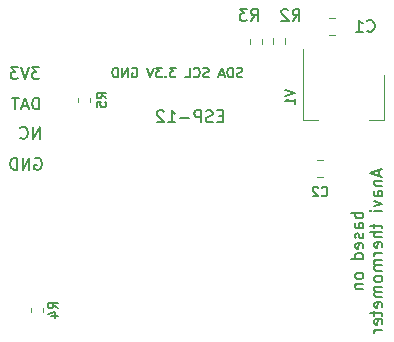
<source format=gbo>
G04 #@! TF.GenerationSoftware,KiCad,Pcbnew,(6.0.0)*
G04 #@! TF.CreationDate,2022-01-08T18:45:48-05:00*
G04 #@! TF.ProjectId,anavi-thermometer,616e6176-692d-4746-9865-726d6f6d6574,rev?*
G04 #@! TF.SameCoordinates,Original*
G04 #@! TF.FileFunction,Legend,Bot*
G04 #@! TF.FilePolarity,Positive*
%FSLAX46Y46*%
G04 Gerber Fmt 4.6, Leading zero omitted, Abs format (unit mm)*
G04 Created by KiCad (PCBNEW (6.0.0)) date 2022-01-08 18:45:48*
%MOMM*%
%LPD*%
G01*
G04 APERTURE LIST*
%ADD10C,0.150000*%
%ADD11C,0.120000*%
G04 APERTURE END LIST*
D10*
X145420470Y-89270172D02*
X145306185Y-89308267D01*
X145115709Y-89308267D01*
X145039518Y-89270172D01*
X145001423Y-89232077D01*
X144963328Y-89155886D01*
X144963328Y-89079696D01*
X145001423Y-89003505D01*
X145039518Y-88965410D01*
X145115709Y-88927315D01*
X145268089Y-88889220D01*
X145344280Y-88851124D01*
X145382375Y-88813029D01*
X145420470Y-88736839D01*
X145420470Y-88660648D01*
X145382375Y-88584458D01*
X145344280Y-88546363D01*
X145268089Y-88508267D01*
X145077613Y-88508267D01*
X144963328Y-88546363D01*
X144620470Y-89308267D02*
X144620470Y-88508267D01*
X144429994Y-88508267D01*
X144315709Y-88546363D01*
X144239518Y-88622553D01*
X144201423Y-88698743D01*
X144163328Y-88851124D01*
X144163328Y-88965410D01*
X144201423Y-89117791D01*
X144239518Y-89193982D01*
X144315709Y-89270172D01*
X144429994Y-89308267D01*
X144620470Y-89308267D01*
X143858566Y-89079696D02*
X143477613Y-89079696D01*
X143934756Y-89308267D02*
X143668089Y-88508267D01*
X143401423Y-89308267D01*
X142563328Y-89270172D02*
X142449042Y-89308267D01*
X142258566Y-89308267D01*
X142182375Y-89270172D01*
X142144280Y-89232077D01*
X142106185Y-89155886D01*
X142106185Y-89079696D01*
X142144280Y-89003505D01*
X142182375Y-88965410D01*
X142258566Y-88927315D01*
X142410947Y-88889220D01*
X142487137Y-88851124D01*
X142525232Y-88813029D01*
X142563328Y-88736839D01*
X142563328Y-88660648D01*
X142525232Y-88584458D01*
X142487137Y-88546363D01*
X142410947Y-88508267D01*
X142220470Y-88508267D01*
X142106185Y-88546363D01*
X141306185Y-89232077D02*
X141344280Y-89270172D01*
X141458566Y-89308267D01*
X141534756Y-89308267D01*
X141649042Y-89270172D01*
X141725232Y-89193982D01*
X141763328Y-89117791D01*
X141801423Y-88965410D01*
X141801423Y-88851124D01*
X141763328Y-88698743D01*
X141725232Y-88622553D01*
X141649042Y-88546363D01*
X141534756Y-88508267D01*
X141458566Y-88508267D01*
X141344280Y-88546363D01*
X141306185Y-88584458D01*
X140582375Y-89308267D02*
X140963328Y-89308267D01*
X140963328Y-88508267D01*
X139782375Y-88508267D02*
X139287137Y-88508267D01*
X139553804Y-88813029D01*
X139439518Y-88813029D01*
X139363328Y-88851124D01*
X139325232Y-88889220D01*
X139287137Y-88965410D01*
X139287137Y-89155886D01*
X139325232Y-89232077D01*
X139363328Y-89270172D01*
X139439518Y-89308267D01*
X139668089Y-89308267D01*
X139744280Y-89270172D01*
X139782375Y-89232077D01*
X138944280Y-89232077D02*
X138906185Y-89270172D01*
X138944280Y-89308267D01*
X138982375Y-89270172D01*
X138944280Y-89232077D01*
X138944280Y-89308267D01*
X138639518Y-88508267D02*
X138144280Y-88508267D01*
X138410947Y-88813029D01*
X138296661Y-88813029D01*
X138220470Y-88851124D01*
X138182375Y-88889220D01*
X138144280Y-88965410D01*
X138144280Y-89155886D01*
X138182375Y-89232077D01*
X138220470Y-89270172D01*
X138296661Y-89308267D01*
X138525232Y-89308267D01*
X138601423Y-89270172D01*
X138639518Y-89232077D01*
X137915709Y-88508267D02*
X137649042Y-89308267D01*
X137382375Y-88508267D01*
X136087137Y-88546363D02*
X136163328Y-88508267D01*
X136277613Y-88508267D01*
X136391899Y-88546363D01*
X136468089Y-88622553D01*
X136506185Y-88698743D01*
X136544280Y-88851124D01*
X136544280Y-88965410D01*
X136506185Y-89117791D01*
X136468089Y-89193982D01*
X136391899Y-89270172D01*
X136277613Y-89308267D01*
X136201423Y-89308267D01*
X136087137Y-89270172D01*
X136049042Y-89232077D01*
X136049042Y-88965410D01*
X136201423Y-88965410D01*
X135706185Y-89308267D02*
X135706185Y-88508267D01*
X135249042Y-89308267D01*
X135249042Y-88508267D01*
X134868089Y-89308267D02*
X134868089Y-88508267D01*
X134677613Y-88508267D01*
X134563328Y-88546363D01*
X134487137Y-88622553D01*
X134449042Y-88698743D01*
X134410947Y-88851124D01*
X134410947Y-88965410D01*
X134449042Y-89117791D01*
X134487137Y-89193982D01*
X134563328Y-89270172D01*
X134677613Y-89308267D01*
X134868089Y-89308267D01*
X155647380Y-100761904D02*
X154647380Y-100761904D01*
X155028333Y-100761904D02*
X154980714Y-100857142D01*
X154980714Y-101047619D01*
X155028333Y-101142857D01*
X155075952Y-101190476D01*
X155171190Y-101238095D01*
X155456904Y-101238095D01*
X155552142Y-101190476D01*
X155599761Y-101142857D01*
X155647380Y-101047619D01*
X155647380Y-100857142D01*
X155599761Y-100761904D01*
X155647380Y-102095238D02*
X155123571Y-102095238D01*
X155028333Y-102047619D01*
X154980714Y-101952380D01*
X154980714Y-101761904D01*
X155028333Y-101666666D01*
X155599761Y-102095238D02*
X155647380Y-102000000D01*
X155647380Y-101761904D01*
X155599761Y-101666666D01*
X155504523Y-101619047D01*
X155409285Y-101619047D01*
X155314047Y-101666666D01*
X155266428Y-101761904D01*
X155266428Y-102000000D01*
X155218809Y-102095238D01*
X155599761Y-102523809D02*
X155647380Y-102619047D01*
X155647380Y-102809523D01*
X155599761Y-102904761D01*
X155504523Y-102952380D01*
X155456904Y-102952380D01*
X155361666Y-102904761D01*
X155314047Y-102809523D01*
X155314047Y-102666666D01*
X155266428Y-102571428D01*
X155171190Y-102523809D01*
X155123571Y-102523809D01*
X155028333Y-102571428D01*
X154980714Y-102666666D01*
X154980714Y-102809523D01*
X155028333Y-102904761D01*
X155599761Y-103761904D02*
X155647380Y-103666666D01*
X155647380Y-103476190D01*
X155599761Y-103380952D01*
X155504523Y-103333333D01*
X155123571Y-103333333D01*
X155028333Y-103380952D01*
X154980714Y-103476190D01*
X154980714Y-103666666D01*
X155028333Y-103761904D01*
X155123571Y-103809523D01*
X155218809Y-103809523D01*
X155314047Y-103333333D01*
X155647380Y-104666666D02*
X154647380Y-104666666D01*
X155599761Y-104666666D02*
X155647380Y-104571428D01*
X155647380Y-104380952D01*
X155599761Y-104285714D01*
X155552142Y-104238095D01*
X155456904Y-104190476D01*
X155171190Y-104190476D01*
X155075952Y-104238095D01*
X155028333Y-104285714D01*
X154980714Y-104380952D01*
X154980714Y-104571428D01*
X155028333Y-104666666D01*
X155647380Y-106047619D02*
X155599761Y-105952380D01*
X155552142Y-105904761D01*
X155456904Y-105857142D01*
X155171190Y-105857142D01*
X155075952Y-105904761D01*
X155028333Y-105952380D01*
X154980714Y-106047619D01*
X154980714Y-106190476D01*
X155028333Y-106285714D01*
X155075952Y-106333333D01*
X155171190Y-106380952D01*
X155456904Y-106380952D01*
X155552142Y-106333333D01*
X155599761Y-106285714D01*
X155647380Y-106190476D01*
X155647380Y-106047619D01*
X154980714Y-106809523D02*
X155647380Y-106809523D01*
X155075952Y-106809523D02*
X155028333Y-106857142D01*
X154980714Y-106952380D01*
X154980714Y-107095238D01*
X155028333Y-107190476D01*
X155123571Y-107238095D01*
X155647380Y-107238095D01*
X156971666Y-97142857D02*
X156971666Y-97619047D01*
X157257380Y-97047619D02*
X156257380Y-97380952D01*
X157257380Y-97714285D01*
X156590714Y-98047619D02*
X157257380Y-98047619D01*
X156685952Y-98047619D02*
X156638333Y-98095238D01*
X156590714Y-98190476D01*
X156590714Y-98333333D01*
X156638333Y-98428571D01*
X156733571Y-98476190D01*
X157257380Y-98476190D01*
X157257380Y-99380952D02*
X156733571Y-99380952D01*
X156638333Y-99333333D01*
X156590714Y-99238095D01*
X156590714Y-99047619D01*
X156638333Y-98952380D01*
X157209761Y-99380952D02*
X157257380Y-99285714D01*
X157257380Y-99047619D01*
X157209761Y-98952380D01*
X157114523Y-98904761D01*
X157019285Y-98904761D01*
X156924047Y-98952380D01*
X156876428Y-99047619D01*
X156876428Y-99285714D01*
X156828809Y-99380952D01*
X156590714Y-99761904D02*
X157257380Y-100000000D01*
X156590714Y-100238095D01*
X157257380Y-100619047D02*
X156590714Y-100619047D01*
X156257380Y-100619047D02*
X156305000Y-100571428D01*
X156352619Y-100619047D01*
X156305000Y-100666666D01*
X156257380Y-100619047D01*
X156352619Y-100619047D01*
X156590714Y-101714285D02*
X156590714Y-102095238D01*
X156257380Y-101857142D02*
X157114523Y-101857142D01*
X157209761Y-101904761D01*
X157257380Y-102000000D01*
X157257380Y-102095238D01*
X157257380Y-102428571D02*
X156257380Y-102428571D01*
X157257380Y-102857142D02*
X156733571Y-102857142D01*
X156638333Y-102809523D01*
X156590714Y-102714285D01*
X156590714Y-102571428D01*
X156638333Y-102476190D01*
X156685952Y-102428571D01*
X157209761Y-103714285D02*
X157257380Y-103619047D01*
X157257380Y-103428571D01*
X157209761Y-103333333D01*
X157114523Y-103285714D01*
X156733571Y-103285714D01*
X156638333Y-103333333D01*
X156590714Y-103428571D01*
X156590714Y-103619047D01*
X156638333Y-103714285D01*
X156733571Y-103761904D01*
X156828809Y-103761904D01*
X156924047Y-103285714D01*
X157257380Y-104190476D02*
X156590714Y-104190476D01*
X156781190Y-104190476D02*
X156685952Y-104238095D01*
X156638333Y-104285714D01*
X156590714Y-104380952D01*
X156590714Y-104476190D01*
X157257380Y-104809523D02*
X156590714Y-104809523D01*
X156685952Y-104809523D02*
X156638333Y-104857142D01*
X156590714Y-104952380D01*
X156590714Y-105095238D01*
X156638333Y-105190476D01*
X156733571Y-105238095D01*
X157257380Y-105238095D01*
X156733571Y-105238095D02*
X156638333Y-105285714D01*
X156590714Y-105380952D01*
X156590714Y-105523809D01*
X156638333Y-105619047D01*
X156733571Y-105666666D01*
X157257380Y-105666666D01*
X157257380Y-106285714D02*
X157209761Y-106190476D01*
X157162142Y-106142857D01*
X157066904Y-106095238D01*
X156781190Y-106095238D01*
X156685952Y-106142857D01*
X156638333Y-106190476D01*
X156590714Y-106285714D01*
X156590714Y-106428571D01*
X156638333Y-106523809D01*
X156685952Y-106571428D01*
X156781190Y-106619047D01*
X157066904Y-106619047D01*
X157162142Y-106571428D01*
X157209761Y-106523809D01*
X157257380Y-106428571D01*
X157257380Y-106285714D01*
X157257380Y-107047619D02*
X156590714Y-107047619D01*
X156685952Y-107047619D02*
X156638333Y-107095238D01*
X156590714Y-107190476D01*
X156590714Y-107333333D01*
X156638333Y-107428571D01*
X156733571Y-107476190D01*
X157257380Y-107476190D01*
X156733571Y-107476190D02*
X156638333Y-107523809D01*
X156590714Y-107619047D01*
X156590714Y-107761904D01*
X156638333Y-107857142D01*
X156733571Y-107904761D01*
X157257380Y-107904761D01*
X157209761Y-108761904D02*
X157257380Y-108666666D01*
X157257380Y-108476190D01*
X157209761Y-108380952D01*
X157114523Y-108333333D01*
X156733571Y-108333333D01*
X156638333Y-108380952D01*
X156590714Y-108476190D01*
X156590714Y-108666666D01*
X156638333Y-108761904D01*
X156733571Y-108809523D01*
X156828809Y-108809523D01*
X156924047Y-108333333D01*
X156590714Y-109095238D02*
X156590714Y-109476190D01*
X156257380Y-109238095D02*
X157114523Y-109238095D01*
X157209761Y-109285714D01*
X157257380Y-109380952D01*
X157257380Y-109476190D01*
X157209761Y-110190476D02*
X157257380Y-110095238D01*
X157257380Y-109904761D01*
X157209761Y-109809523D01*
X157114523Y-109761904D01*
X156733571Y-109761904D01*
X156638333Y-109809523D01*
X156590714Y-109904761D01*
X156590714Y-110095238D01*
X156638333Y-110190476D01*
X156733571Y-110238095D01*
X156828809Y-110238095D01*
X156924047Y-109761904D01*
X157257380Y-110666666D02*
X156590714Y-110666666D01*
X156781190Y-110666666D02*
X156685952Y-110714285D01*
X156638333Y-110761904D01*
X156590714Y-110857142D01*
X156590714Y-110952380D01*
X127872422Y-96176992D02*
X127967660Y-96129372D01*
X128110518Y-96129372D01*
X128253375Y-96176992D01*
X128348613Y-96272230D01*
X128396232Y-96367468D01*
X128443851Y-96557944D01*
X128443851Y-96700801D01*
X128396232Y-96891277D01*
X128348613Y-96986515D01*
X128253375Y-97081753D01*
X128110518Y-97129372D01*
X128015279Y-97129372D01*
X127872422Y-97081753D01*
X127824803Y-97034134D01*
X127824803Y-96700801D01*
X128015279Y-96700801D01*
X127396232Y-97129372D02*
X127396232Y-96129372D01*
X126824803Y-97129372D01*
X126824803Y-96129372D01*
X126348613Y-97129372D02*
X126348613Y-96129372D01*
X126110518Y-96129372D01*
X125967660Y-96176992D01*
X125872422Y-96272230D01*
X125824803Y-96367468D01*
X125777184Y-96557944D01*
X125777184Y-96700801D01*
X125824803Y-96891277D01*
X125872422Y-96986515D01*
X125967660Y-97081753D01*
X126110518Y-97129372D01*
X126348613Y-97129372D01*
X128209575Y-92032599D02*
X128209575Y-91032599D01*
X127971480Y-91032599D01*
X127828623Y-91080219D01*
X127733385Y-91175457D01*
X127685766Y-91270695D01*
X127638147Y-91461171D01*
X127638147Y-91604028D01*
X127685766Y-91794504D01*
X127733385Y-91889742D01*
X127828623Y-91984980D01*
X127971480Y-92032599D01*
X128209575Y-92032599D01*
X127257194Y-91746885D02*
X126781004Y-91746885D01*
X127352432Y-92032599D02*
X127019099Y-91032599D01*
X126685766Y-92032599D01*
X126495289Y-91032599D02*
X125923861Y-91032599D01*
X126209575Y-92032599D02*
X126209575Y-91032599D01*
X128252345Y-94501499D02*
X128252345Y-93501499D01*
X127680916Y-94501499D01*
X127680916Y-93501499D01*
X126633297Y-94406261D02*
X126680916Y-94453880D01*
X126823773Y-94501499D01*
X126919011Y-94501499D01*
X127061869Y-94453880D01*
X127157107Y-94358642D01*
X127204726Y-94263404D01*
X127252345Y-94072928D01*
X127252345Y-93930071D01*
X127204726Y-93739595D01*
X127157107Y-93644357D01*
X127061869Y-93549119D01*
X126919011Y-93501499D01*
X126823773Y-93501499D01*
X126680916Y-93549119D01*
X126633297Y-93596738D01*
X128238095Y-88452380D02*
X127619047Y-88452380D01*
X127952380Y-88833333D01*
X127809523Y-88833333D01*
X127714285Y-88880952D01*
X127666666Y-88928571D01*
X127619047Y-89023809D01*
X127619047Y-89261904D01*
X127666666Y-89357142D01*
X127714285Y-89404761D01*
X127809523Y-89452380D01*
X128095238Y-89452380D01*
X128190476Y-89404761D01*
X128238095Y-89357142D01*
X127333333Y-88452380D02*
X127000000Y-89452380D01*
X126666666Y-88452380D01*
X126428571Y-88452380D02*
X125809523Y-88452380D01*
X126142857Y-88833333D01*
X126000000Y-88833333D01*
X125904761Y-88880952D01*
X125857142Y-88928571D01*
X125809523Y-89023809D01*
X125809523Y-89261904D01*
X125857142Y-89357142D01*
X125904761Y-89404761D01*
X126000000Y-89452380D01*
X126285714Y-89452380D01*
X126380952Y-89404761D01*
X126428571Y-89357142D01*
X156000888Y-85354318D02*
X156048507Y-85401937D01*
X156191364Y-85449556D01*
X156286602Y-85449556D01*
X156429460Y-85401937D01*
X156524698Y-85306699D01*
X156572317Y-85211461D01*
X156619936Y-85020985D01*
X156619936Y-84878128D01*
X156572317Y-84687652D01*
X156524698Y-84592414D01*
X156429460Y-84497176D01*
X156286602Y-84449556D01*
X156191364Y-84449556D01*
X156048507Y-84497176D01*
X156000888Y-84544795D01*
X155048507Y-85449556D02*
X155619936Y-85449556D01*
X155334222Y-85449556D02*
X155334222Y-84449556D01*
X155429460Y-84592414D01*
X155524698Y-84687652D01*
X155619936Y-84735271D01*
X129791904Y-108866666D02*
X129410952Y-108600000D01*
X129791904Y-108409523D02*
X128991904Y-108409523D01*
X128991904Y-108714285D01*
X129030000Y-108790476D01*
X129068095Y-108828571D01*
X129144285Y-108866666D01*
X129258571Y-108866666D01*
X129334761Y-108828571D01*
X129372857Y-108790476D01*
X129410952Y-108714285D01*
X129410952Y-108409523D01*
X129258571Y-109552380D02*
X129791904Y-109552380D01*
X128953809Y-109361904D02*
X129525238Y-109171428D01*
X129525238Y-109666666D01*
X133885904Y-91079166D02*
X133504952Y-90812500D01*
X133885904Y-90622023D02*
X133085904Y-90622023D01*
X133085904Y-90926785D01*
X133124000Y-91002976D01*
X133162095Y-91041071D01*
X133238285Y-91079166D01*
X133352571Y-91079166D01*
X133428761Y-91041071D01*
X133466857Y-91002976D01*
X133504952Y-90926785D01*
X133504952Y-90622023D01*
X133085904Y-91802976D02*
X133085904Y-91422023D01*
X133466857Y-91383928D01*
X133428761Y-91422023D01*
X133390666Y-91498214D01*
X133390666Y-91688690D01*
X133428761Y-91764880D01*
X133466857Y-91802976D01*
X133543047Y-91841071D01*
X133733523Y-91841071D01*
X133809714Y-91802976D01*
X133847809Y-91764880D01*
X133885904Y-91688690D01*
X133885904Y-91498214D01*
X133847809Y-91422023D01*
X133809714Y-91383928D01*
X149061904Y-90352380D02*
X149861904Y-90619047D01*
X149061904Y-90885714D01*
X149861904Y-91571428D02*
X149861904Y-91114285D01*
X149861904Y-91342857D02*
X149061904Y-91342857D01*
X149176190Y-91266666D01*
X149252380Y-91190476D01*
X149290476Y-91114285D01*
X152133333Y-99285714D02*
X152171428Y-99323809D01*
X152285714Y-99361904D01*
X152361904Y-99361904D01*
X152476190Y-99323809D01*
X152552380Y-99247619D01*
X152590476Y-99171428D01*
X152628571Y-99019047D01*
X152628571Y-98904761D01*
X152590476Y-98752380D01*
X152552380Y-98676190D01*
X152476190Y-98600000D01*
X152361904Y-98561904D01*
X152285714Y-98561904D01*
X152171428Y-98600000D01*
X152133333Y-98638095D01*
X151828571Y-98638095D02*
X151790476Y-98600000D01*
X151714285Y-98561904D01*
X151523809Y-98561904D01*
X151447619Y-98600000D01*
X151409523Y-98638095D01*
X151371428Y-98714285D01*
X151371428Y-98790476D01*
X151409523Y-98904761D01*
X151866666Y-99361904D01*
X151371428Y-99361904D01*
X143761904Y-92585002D02*
X143428571Y-92585002D01*
X143285714Y-93108811D02*
X143761904Y-93108811D01*
X143761904Y-92108811D01*
X143285714Y-92108811D01*
X142904761Y-93061192D02*
X142761904Y-93108811D01*
X142523809Y-93108811D01*
X142428571Y-93061192D01*
X142380952Y-93013573D01*
X142333333Y-92918335D01*
X142333333Y-92823097D01*
X142380952Y-92727859D01*
X142428571Y-92680240D01*
X142523809Y-92632621D01*
X142714285Y-92585002D01*
X142809523Y-92537383D01*
X142857142Y-92489764D01*
X142904761Y-92394526D01*
X142904761Y-92299288D01*
X142857142Y-92204050D01*
X142809523Y-92156431D01*
X142714285Y-92108811D01*
X142476190Y-92108811D01*
X142333333Y-92156431D01*
X141904761Y-93108811D02*
X141904761Y-92108811D01*
X141523809Y-92108811D01*
X141428571Y-92156431D01*
X141380952Y-92204050D01*
X141333333Y-92299288D01*
X141333333Y-92442145D01*
X141380952Y-92537383D01*
X141428571Y-92585002D01*
X141523809Y-92632621D01*
X141904761Y-92632621D01*
X140904761Y-92727859D02*
X140142857Y-92727859D01*
X139142857Y-93108811D02*
X139714285Y-93108811D01*
X139428571Y-93108811D02*
X139428571Y-92108811D01*
X139523809Y-92251669D01*
X139619047Y-92346907D01*
X139714285Y-92394526D01*
X138761904Y-92204050D02*
X138714285Y-92156431D01*
X138619047Y-92108811D01*
X138380952Y-92108811D01*
X138285714Y-92156431D01*
X138238095Y-92204050D01*
X138190476Y-92299288D01*
X138190476Y-92394526D01*
X138238095Y-92537383D01*
X138809523Y-93108811D01*
X138190476Y-93108811D01*
X146166666Y-84517512D02*
X146500000Y-84041322D01*
X146738095Y-84517512D02*
X146738095Y-83517512D01*
X146357142Y-83517512D01*
X146261904Y-83565132D01*
X146214285Y-83612751D01*
X146166666Y-83707989D01*
X146166666Y-83850846D01*
X146214285Y-83946084D01*
X146261904Y-83993703D01*
X146357142Y-84041322D01*
X146738095Y-84041322D01*
X145833333Y-83517512D02*
X145214285Y-83517512D01*
X145547619Y-83898465D01*
X145404761Y-83898465D01*
X145309523Y-83946084D01*
X145261904Y-83993703D01*
X145214285Y-84088941D01*
X145214285Y-84327036D01*
X145261904Y-84422274D01*
X145309523Y-84469893D01*
X145404761Y-84517512D01*
X145690476Y-84517512D01*
X145785714Y-84469893D01*
X145833333Y-84422274D01*
X149682416Y-84529791D02*
X150015750Y-84053601D01*
X150253845Y-84529791D02*
X150253845Y-83529791D01*
X149872892Y-83529791D01*
X149777654Y-83577411D01*
X149730035Y-83625030D01*
X149682416Y-83720268D01*
X149682416Y-83863125D01*
X149730035Y-83958363D01*
X149777654Y-84005982D01*
X149872892Y-84053601D01*
X150253845Y-84053601D01*
X149301464Y-83625030D02*
X149253845Y-83577411D01*
X149158607Y-83529791D01*
X148920511Y-83529791D01*
X148825273Y-83577411D01*
X148777654Y-83625030D01*
X148730035Y-83720268D01*
X148730035Y-83815506D01*
X148777654Y-83958363D01*
X149349083Y-84529791D01*
X148730035Y-84529791D01*
D11*
X153261252Y-84265000D02*
X152738748Y-84265000D01*
X153261252Y-85735000D02*
X152738748Y-85735000D01*
X127490000Y-109162779D02*
X127490000Y-108837221D01*
X128510000Y-109162779D02*
X128510000Y-108837221D01*
X132510000Y-91049721D02*
X132510000Y-91375279D01*
X131490000Y-91049721D02*
X131490000Y-91375279D01*
X150590000Y-86900000D02*
X150590000Y-92910000D01*
X157410000Y-89150000D02*
X157410000Y-92910000D01*
X150590000Y-92910000D02*
X151850000Y-92910000D01*
X157410000Y-92910000D02*
X156150000Y-92910000D01*
X152258578Y-97710000D02*
X151741422Y-97710000D01*
X152258578Y-96290000D02*
X151741422Y-96290000D01*
X147078823Y-86025955D02*
X147078823Y-86500471D01*
X146033823Y-86025955D02*
X146033823Y-86500471D01*
X147993250Y-86013675D02*
X147993250Y-86488191D01*
X149038250Y-86013675D02*
X149038250Y-86488191D01*
M02*

</source>
